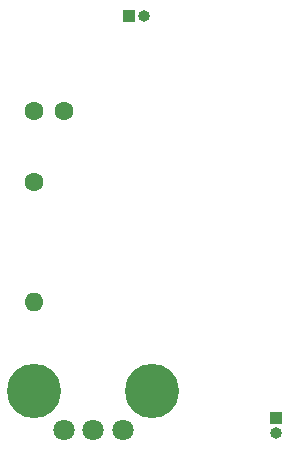
<source format=gbr>
%TF.GenerationSoftware,KiCad,Pcbnew,(5.1.9)-1*%
%TF.CreationDate,2021-08-16T16:35:21-04:00*%
%TF.ProjectId,555-Timer-Soldering-Demo,3535352d-5469-46d6-9572-2d536f6c6465,rev?*%
%TF.SameCoordinates,Original*%
%TF.FileFunction,Soldermask,Bot*%
%TF.FilePolarity,Negative*%
%FSLAX46Y46*%
G04 Gerber Fmt 4.6, Leading zero omitted, Abs format (unit mm)*
G04 Created by KiCad (PCBNEW (5.1.9)-1) date 2021-08-16 16:35:21*
%MOMM*%
%LPD*%
G01*
G04 APERTURE LIST*
%ADD10O,1.000000X1.000000*%
%ADD11R,1.000000X1.000000*%
%ADD12O,1.600000X1.600000*%
%ADD13C,1.600000*%
%ADD14C,4.600000*%
%ADD15C,1.800000*%
G04 APERTURE END LIST*
D10*
%TO.C,J1*%
X114270000Y-56000000D03*
D11*
X113000000Y-56000000D03*
%TD*%
D10*
%TO.C,J2*%
X125500000Y-91270000D03*
D11*
X125500000Y-90000000D03*
%TD*%
D12*
%TO.C,R1*%
X105000000Y-80160000D03*
D13*
X105000000Y-70000000D03*
%TD*%
D14*
%TO.C,RV1*%
X105000000Y-87700000D03*
X115000000Y-87700000D03*
D15*
X107500000Y-91000000D03*
X110000000Y-91000000D03*
X112500000Y-91000000D03*
%TD*%
D13*
%TO.C,C1*%
X105000000Y-64000000D03*
X107500000Y-64000000D03*
%TD*%
M02*

</source>
